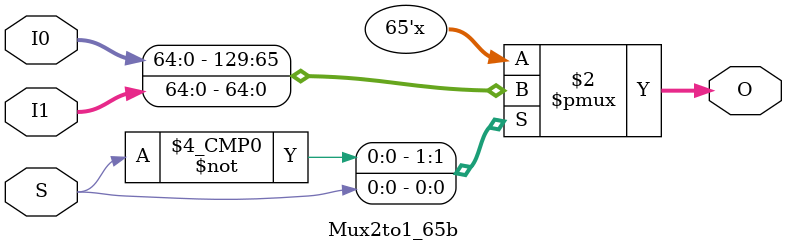
<source format=v>
`ifndef _Mux2to1_65b
`define _Mux2to1_65b

module Mux2to1_65b(
    input wire S,
    input wire [64:0] I0,
    input wire [64:0] I1,
    output reg [64:0] O
);

    always @ * begin
        case (S)
            1'b0:
                O <= I0;
            1'b1:
                O <= I1;
        endcase
    end

endmodule

`endif

</source>
